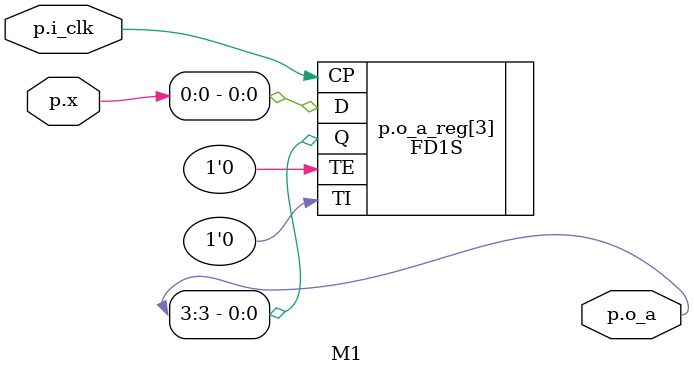
<source format=v>


module M1 ( \p.x , \p.i_clk , \p.o_a  );
  input [3:0] \p.x ;
  output [3:0] \p.o_a ;
  input \p.i_clk ;


  FD1S \p.o_a_reg[3]  ( .D(\p.x [0]), .TI(1'b0), .TE(1'b0), .CP(\p.i_clk ), 
        .Q(\p.o_a [3]) );
endmodule


</source>
